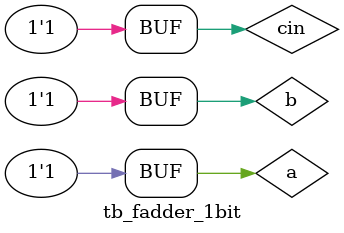
<source format=v>
`include "fadder_1bit.v"

module tb_fadder_1bit();    

    wire sum, cout;
    reg a,b,cin;

    fadder_1bit fadd(.sum(sum), .cout(cout), .a(a), .b(b), .cin(cin) );

    initial begin
            a = 0; b = 0; cin = 0;
        #5  a = 0; b = 0; cin = 1;
        #5  a = 0; b = 1; cin = 0;
        #5  a = 0; b = 1; cin = 1;
        #5  a = 1; b = 0; cin = 0;
        #5  a = 1; b = 0; cin = 1;
        #5  a = 1; b = 1; cin = 0;
        #5  a = 1; b = 1; cin = 1;
    end

    initial 
        $monitor("a = %b, b = %b, cin = %b, cout = %b, sum = %b", a, b, cin, cout, sum);

    initial begin
        $dumpfile("tb_fadder_1bit.vcd");
        $dumpvars;
    end
    
endmodule
</source>
